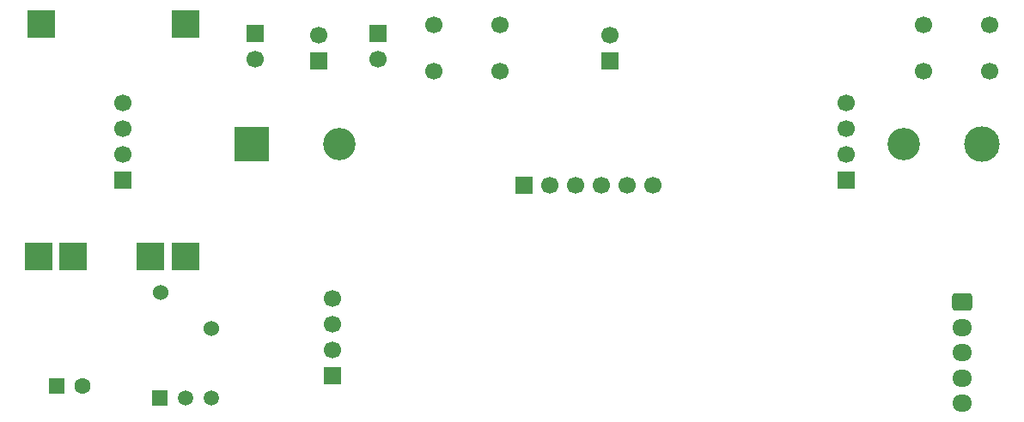
<source format=gbr>
%TF.GenerationSoftware,KiCad,Pcbnew,9.0.3*%
%TF.CreationDate,2025-07-30T11:35:09+02:00*%
%TF.ProjectId,TPOneBoard,54504f6e-6542-46f6-9172-642e6b696361,rev?*%
%TF.SameCoordinates,Original*%
%TF.FileFunction,Soldermask,Bot*%
%TF.FilePolarity,Negative*%
%FSLAX46Y46*%
G04 Gerber Fmt 4.6, Leading zero omitted, Abs format (unit mm)*
G04 Created by KiCad (PCBNEW 9.0.3) date 2025-07-30 11:35:09*
%MOMM*%
%LPD*%
G01*
G04 APERTURE LIST*
G04 Aperture macros list*
%AMRoundRect*
0 Rectangle with rounded corners*
0 $1 Rounding radius*
0 $2 $3 $4 $5 $6 $7 $8 $9 X,Y pos of 4 corners*
0 Add a 4 corners polygon primitive as box body*
4,1,4,$2,$3,$4,$5,$6,$7,$8,$9,$2,$3,0*
0 Add four circle primitives for the rounded corners*
1,1,$1+$1,$2,$3*
1,1,$1+$1,$4,$5*
1,1,$1+$1,$6,$7*
1,1,$1+$1,$8,$9*
0 Add four rect primitives between the rounded corners*
20,1,$1+$1,$2,$3,$4,$5,0*
20,1,$1+$1,$4,$5,$6,$7,0*
20,1,$1+$1,$6,$7,$8,$9,0*
20,1,$1+$1,$8,$9,$2,$3,0*%
G04 Aperture macros list end*
%ADD10R,1.700000X1.700000*%
%ADD11C,1.700000*%
%ADD12RoundRect,0.250000X-0.550000X-0.550000X0.550000X-0.550000X0.550000X0.550000X-0.550000X0.550000X0*%
%ADD13C,1.600000*%
%ADD14R,1.500000X1.500000*%
%ADD15C,1.500000*%
%ADD16RoundRect,0.250000X-0.725000X0.600000X-0.725000X-0.600000X0.725000X-0.600000X0.725000X0.600000X0*%
%ADD17O,1.950000X1.700000*%
%ADD18R,2.800000X2.800000*%
%ADD19C,3.200000*%
%ADD20R,3.500000X3.500000*%
%ADD21C,3.500000*%
%ADD22C,1.524000*%
G04 APERTURE END LIST*
D10*
%TO.C,JP6*%
X168895000Y-84913000D03*
D11*
X168895000Y-87453000D03*
%TD*%
D12*
%TO.C,C5*%
X149352000Y-119668000D03*
D13*
X151852000Y-119668000D03*
%TD*%
D14*
%TO.C,U2*%
X159522000Y-120918000D03*
D15*
X162062000Y-120918000D03*
X164602000Y-120918000D03*
%TD*%
D10*
%TO.C,J8*%
X227102000Y-99418000D03*
D11*
X227102000Y-96878000D03*
X227102000Y-94338000D03*
X227102000Y-91798000D03*
%TD*%
D10*
%TO.C,J4*%
X203820000Y-87580000D03*
D11*
X203820000Y-85040000D03*
%TD*%
%TO.C,SW4*%
X234785000Y-84096000D03*
X241285000Y-84096000D03*
X234785000Y-88596000D03*
X241285000Y-88596000D03*
%TD*%
D10*
%TO.C,JP3*%
X175118000Y-87580000D03*
D11*
X175118000Y-85040000D03*
%TD*%
%TO.C,SW5*%
X186525000Y-84096000D03*
X193025000Y-84096000D03*
X186525000Y-88596000D03*
X193025000Y-88596000D03*
%TD*%
D10*
%TO.C,JP2*%
X180960000Y-84913000D03*
D11*
X180960000Y-87453000D03*
%TD*%
D16*
%TO.C,J1*%
X238602000Y-111418000D03*
D17*
X238602000Y-113918000D03*
X238602000Y-116418000D03*
X238602000Y-118918000D03*
X238602000Y-121418000D03*
%TD*%
D10*
%TO.C,J3*%
X195402000Y-99918000D03*
D11*
X197942000Y-99918000D03*
X200482000Y-99918000D03*
X203022000Y-99918000D03*
X205562000Y-99918000D03*
X208102000Y-99918000D03*
%TD*%
D18*
%TO.C,J5*%
X162037000Y-83984000D03*
X147837000Y-83984000D03*
X162037000Y-106884000D03*
X147537000Y-106884000D03*
X158537000Y-106884000D03*
X150937000Y-106884000D03*
%TD*%
D10*
%TO.C,J2*%
X176515000Y-118695000D03*
D11*
X176515000Y-116155000D03*
X176515000Y-113615000D03*
X176515000Y-111075000D03*
%TD*%
D19*
%TO.C,BT2*%
X177159000Y-95835000D03*
X232769000Y-95835000D03*
D20*
X168514000Y-95835000D03*
D21*
X240514000Y-95835000D03*
%TD*%
D22*
%TO.C,J6*%
X164577000Y-113996000D03*
X159577000Y-110495997D03*
%TD*%
D10*
%TO.C,J7*%
X155852000Y-99418000D03*
D11*
X155852000Y-96878000D03*
X155852000Y-94338000D03*
X155852000Y-91798000D03*
%TD*%
M02*

</source>
